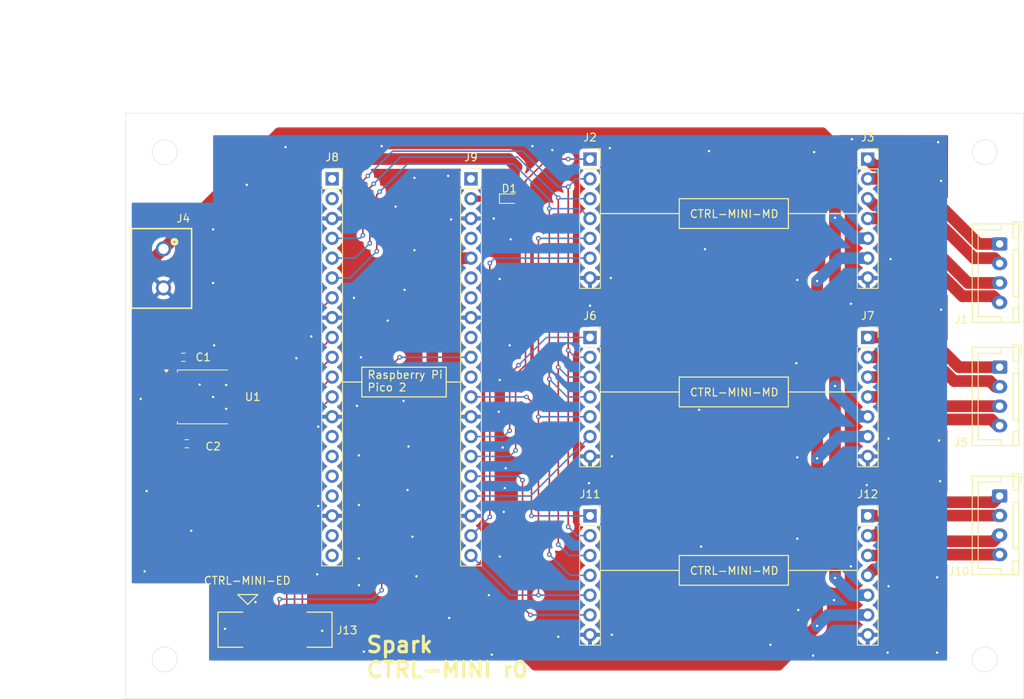
<source format=kicad_pcb>
(kicad_pcb (version 20240108) (generator "pcbnew") (generator_version "8.0")
  (layers (0 "F.Cu" signal) (31 "B.Cu" signal) (34 "B.Paste" user) (35 "F.Paste" user) (36 "B.SilkS" user "B.Silkscreen") (37 "F.SilkS" user "F.Silkscreen") (38 "B.Mask" user) (39 "F.Mask" user) (44 "Edge.Cuts" user))
  (net 0 "")
  (net 1 "GND")
  (net 2 "+12V")
  (net 3 "VSYS")
  (net 4 "Net-(D1-K)")
  (net 5 "Net-(J1-Pin_2)")
  (net 6 "Net-(J1-Pin_4)")
  (net 7 "Net-(J1-Pin_1)")
  (net 8 "Net-(J1-Pin_3)")
  (net 9 "SCK")
  (net 10 "SDI")
  (net 11 "DIR")
  (net 12 "SDO")
  (net 13 "CSN0")
  (net 14 "STEP0")
  (net 15 "VCC")
  (net 16 "Net-(J5-Pin_4)")
  (net 17 "Net-(J5-Pin_3)")
  (net 18 "Net-(J5-Pin_1)")
  (net 19 "Net-(J5-Pin_2)")
  (net 20 "STEP1")
  (net 21 "CSN1")
  (net 22 "ED{slash}DCHG_DETECT")
  (net 23 "ED{slash}DCHG_TARG_PWM")
  (net 24 "ED{slash}MODE")
  (net 25 "RSV{slash}MUI-TX")
  (net 26 "RSV{slash}MUI-RX")
  (net 29 "ED{slash}SENSE_CURR")
  (net 33 "ED{slash}DCHG_GATE")
  (net 38 "STEP2")
  (net 39 "CSN2")
  (net 43 "Net-(J10-Pin_4)")
  (net 44 "Net-(J10-Pin_1)")
  (net 45 "Net-(J10-Pin_2)")
  (net 46 "Net-(J10-Pin_3)")
  (net 47 "ED{slash}SENSE_GATE")
  (footprint "Diode_SMD:D_SOD-523" (layer "F.Cu") (at 114.1245 60.96)
    (property "Reference" "D1")
    (property "Value" "500mA")
  )
  (footprint "Resistor_SMD:R_0603_1608Metric" (layer "F.Cu") (at 72.39 81.28)
    (property "Reference" "C1")
    (property "Value" "0.33uF 24V")
  )
  (footprint "Connector_JST:JST_XH_B4B-XH-A_1x04_P2.50mm_Vertical" (layer "F.Cu") (at 176.911 82.55 -90)
    (property "Reference" "J5")
    (property "Value" "Conn_01x04_Pin")
  )
  (footprint "Connector_PinSocket_2.54mm:PinSocket_1x20_P2.54mm_Vertical" (layer "F.Cu") (at 109.22 58.42)
    (property "Reference" "J9")
    (property "Value" "RPP-R")
  )
  (footprint "Connector_PinSocket_2.54mm:PinSocket_1x07_P2.54mm_Vertical" (layer "F.Cu") (at 124.46 55.88)
    (property "Reference" "J2")
    (property "Value" "MD0-L")
  )
  (footprint "Connector_PinSocket_2.54mm:PinSocket_1x07_P2.54mm_Vertical" (layer "F.Cu") (at 160.02 78.74)
    (property "Reference" "J7")
    (property "Value" "MD1-R")
  )
  (footprint "SparkAll:CON_526100872_MOL" (layer "F.Cu") (at 84.129985 116.185)
    (property "Reference" "J13")
    (property "Value" "Conn_01x08_Pin")
  )
  (footprint "Connector_PinSocket_2.54mm:PinSocket_1x07_P2.54mm_Vertical" (layer "F.Cu") (at 160.02 101.6)
    (property "Reference" "J12")
    (property "Value" "MD2-R")
  )
  (footprint "Connector_JST:JST_XH_B4B-XH-A_1x04_P2.50mm_Vertical" (layer "F.Cu") (at 176.911 99.06 -90)
    (property "Reference" "J10")
    (property "Value" "Conn_01x04_Pin")
  )
  (footprint "Connector_PinSocket_2.54mm:PinSocket_1x07_P2.54mm_Vertical" (layer "F.Cu") (at 124.46 78.74)
    (property "Reference" "J6")
    (property "Value" "MD1-L")
  )
  (footprint "Resistor_SMD:R_0603_1608Metric" (layer "F.Cu") (at 72.835 92.36)
    (property "Reference" "C2")
    (property "Value" "0.1uF 12V")
  )
  (footprint "SparkAll:691137710002" (layer "F.Cu") (at 69.85 69.89 -90)
    (property "Reference" "J4")
    (property "Value" "Screw_Terminal_01x02")
  )
  (footprint "Package_TO_SOT_SMD:TO-252-2" (layer "F.Cu") (at 74.94 86.36)
    (property "Reference" "U1")
    (property "Value" "BD50FC0FP")
  )
  (footprint "Connector_PinSocket_2.54mm:PinSocket_1x07_P2.54mm_Vertical" (layer "F.Cu") (at 160.02 55.88)
    (property "Reference" "J3")
    (property "Value" "MD0-R")
  )
  (footprint "Connector_PinSocket_2.54mm:PinSocket_1x07_P2.54mm_Vertical" (layer "F.Cu") (at 124.46 101.6)
    (property "Reference" "J11")
    (property "Value" "MD2-L")
  )
  (footprint "Connector_PinSocket_2.54mm:PinSocket_1x20_P2.54mm_Vertical" (layer "F.Cu") (at 91.44 58.42)
    (property "Reference" "J8")
    (property "Value" "RPP-L")
  )
  (footprint "Connector_JST:JST_XH_B4B-XH-A_1x04_P2.50mm_Vertical" (layer "F.Cu") (at 176.911 66.755 -90)
    (property "Reference" "J1")
    (property "Value" "Conn_01x04_Pin")
  )
  (gr_line (start 106.045 84.455) (end 107.823 84.455) (stroke (width 0.15)) (layer "F.SilkS"))
  (gr_line (start 149.86 108.585) (end 158.623 108.585) (stroke (width 0.15)) (layer "F.SilkS"))
  (gr_line (start 149.86 110.49) (end 149.86 106.68) (stroke (width 0.15)) (layer "F.SilkS"))
  (gr_line (start 149.86 64.77) (end 149.86 60.96) (stroke (width 0.15)) (layer "F.SilkS"))
  (gr_line (start 135.89 106.68) (end 135.89 110.49) (stroke (width 0.15)) (layer "F.SilkS"))
  (gr_line (start 135.89 60.96) (end 135.89 64.77) (stroke (width 0.15)) (layer "F.SilkS"))
  (gr_line (start 135.89 85.725) (end 125.857 85.725) (stroke (width 0.15)) (layer "F.SilkS"))
  (gr_line (start 149.86 60.96) (end 135.89 60.96) (stroke (width 0.15)) (layer "F.SilkS"))
  (gr_line (start 95.25 84.455) (end 92.837 84.455) (stroke (width 0.15)) (layer "F.SilkS"))
  (gr_line (start 135.89 64.77) (end 149.86 64.77) (stroke (width 0.15)) (layer "F.SilkS"))
  (gr_line (start 135.89 62.865) (end 125.857 62.865) (stroke (width 0.15)) (layer "F.SilkS"))
  (gr_line (start 149.86 87.63) (end 149.86 83.82) (stroke (width 0.15)) (layer "F.SilkS"))
  (gr_line (start 106.045 82.55) (end 95.25 82.55) (stroke (width 0.15)) (layer "F.SilkS"))
  (gr_line (start 135.89 110.49) (end 149.86 110.49) (stroke (width 0.15)) (layer "F.SilkS"))
  (gr_line (start 95.25 86.36) (end 106.045 86.36) (stroke (width 0.15)) (layer "F.SilkS"))
  (gr_line (start 135.89 83.82) (end 135.89 87.63) (stroke (width 0.15)) (layer "F.SilkS"))
  (gr_line (start 95.25 82.55) (end 95.25 86.36) (stroke (width 0.15)) (layer "F.SilkS"))
  (gr_line (start 149.86 83.82) (end 135.89 83.82) (stroke (width 0.15)) (layer "F.SilkS"))
  (gr_line (start 149.86 106.68) (end 135.89 106.68) (stroke (width 0.15)) (layer "F.SilkS"))
  (gr_line (start 135.89 87.63) (end 149.86 87.63) (stroke (width 0.15)) (layer "F.SilkS"))
  (gr_line (start 149.86 62.865) (end 158.623 62.865) (stroke (width 0.15)) (layer "F.SilkS"))
  (gr_line (start 135.89 108.585) (end 125.857 108.585) (stroke (width 0.15)) (layer "F.SilkS"))
  (gr_line (start 106.045 86.36) (end 106.045 82.55) (stroke (width 0.15)) (layer "F.SilkS"))
  (gr_line (start 149.86 85.725) (end 158.623 85.725) (stroke (width 0.15)) (layer "F.SilkS"))
  (gr_circle (center 175 55) (end 176.6 55) (stroke (width 0.05)) (fill none) (layer "Edge.Cuts"))
  (gr_circle (center 70 120) (end 71.6 120) (stroke (width 0.05)) (fill none) (layer "Edge.Cuts"))
  (gr_line (start 65 50) (end 180 50) (stroke (width 0.05)) (layer "Edge.Cuts"))
  (gr_circle (center 70 55) (end 71.6 55) (stroke (width 0.05)) (fill none) (layer "Edge.Cuts"))
  (gr_line (start 65 125) (end 65 50) (stroke (width 0.05)) (layer "Edge.Cuts"))
  (gr_circle (center 175 120) (end 176.6 120) (stroke (width 0.05)) (fill none) (layer "Edge.Cuts"))
  (gr_line (start 180 50) (end 180 125) (stroke (width 0.05)) (layer "Edge.Cuts"))
  (gr_line (start 180 125) (end 65 125) (stroke (width 0.05)) (layer "Edge.Cuts"))
  (gr_text "CTRL-MINI-MD" (at 137.16 86.36 0) (layer "F.SilkS") (effects (font (size 1 1)) (justify left bottom)))
  (gr_text "Spark\nCTRL-MINI r0" (at 95.631 122.5 0) (layer "F.SilkS") (effects (font (size 2 2) (thickness 0.4) (bold yes)) (justify left bottom)))
  (gr_text "CTRL-MINI-ED" (at 74.93 110.49 0) (layer "F.SilkS") (effects (font (size 1 1)) (justify left bottom)))
  (gr_text "CTRL-MINI-MD" (at 137.16 63.5 0) (layer "F.SilkS") (effects (font (size 1 1)) (justify left bottom)))
  (gr_text "Raspberry Pi\nPico 2" (at 95.885 85.725 0) (layer "F.SilkS") (effects (font (size 1 1)) (justify left bottom)))
  (gr_text "CTRL-MINI-MD" (at 137.16 109.22 0) (layer "F.SilkS") (effects (font (size 1 1)) (justify left bottom)))
  (segment (start 74.474 84.784) (end 74.525 84.835) (width 0.2) (layer "F.Cu") (net 1))
  (segment (start 81.63 112.649) (end 81.63 114.36) (width 0.4) (layer "F.Cu") (net 1))
  (segment (start 73.66 92.36) (end 73.66 88.75) (width 0.6) (layer "F.Cu") (net 1))
  (segment (start 73.66 88.75) (end 74.525 87.885) (width 0.2) (layer "F.Cu") (net 1))
  (segment (start 81.63 114.36) (end 81.63 118.11) (width 0.4) (layer "F.Cu") (net 1))
  (segment (start 73.215 81.28) (end 73.215 83.525) (width 0.6) (layer "F.Cu") (net 1))
  (segment (start 73.215 83.525) (end 74.474 84.784) (width 0.2) (layer "F.Cu") (net 1))
  (via (at 100.584 86.868) (size 0.6) (drill 0.3) (layers "F.Cu" "B.Cu") (net 1))
  (via (at 97.79 54.229) (size 0.6) (drill 0.3) (layers "F.Cu" "B.Cu") (net 1))
  (via (at 76.2 64.897) (size 0.6) (drill 0.3) (layers "F.Cu" "B.Cu") (net 1))
  (via (at 86.868 81.407) (size 0.6) (drill 0.3) (layers "F.Cu" "B.Cu") (net 1))
  (via (at 89.662 90.17) (size 0.6) (drill 0.3) (layers "F.Cu" "B.Cu") (net 1))
  (via (at 162.941 68.707) (size 0.6) (drill 0.3) (layers "F.Cu" "B.Cu") (net 1))
  (via (at 113.665 95.504) (size 0.6) (drill 0.3) (layers "F.Cu" "B.Cu") (net 1))
  (via (at 157.988 53.34) (size 0.6) (drill 0.3) (layers "F.Cu" "B.Cu") (net 1))
  (via (at 169.037 53.721) (size 0.6) (drill 0.3) (layers "F.Cu" "B.Cu") (net 1))
  (via (at 94.869 93.853) (size 0.6) (drill 0.3) (layers "F.Cu" "B.Cu") (net 1))
  (via (at 120.396 117.094) (size 0.6) (drill 0.3) (layers "F.Cu" "B.Cu") (net 1))
  (via (at 73.406 103.505) (size 0.6) (drill 0.3) (layers "F.Cu" "B.Cu") (net 1))
  (via (at 77.875 87.885) (size 0.6) (drill 0.3) (layers "F.Cu" "B.Cu") (net 1))
  (via (at 162.687 91.694) (size 0.6) (drill 0.3) (layers "F.Cu" "B.Cu") (net 1))
  (via (at 98.552 76.581) (size 0.6) (drill 0.3) (layers "F.Cu" "B.Cu") (net 1))
  (via (at 101.981 58.293) (size 0.6) (drill 0.3) (layers "F.Cu" "B.Cu") (net 1))
  (via (at 106.426 114.681) (size 0.6) (drill 0.3) (layers "F.Cu" "B.Cu") (net 1))
  (via (at 169.418 58.674) (size 0.6) (drill 0.3) (layers "F.Cu" "B.Cu") (net 1))
  (via (at 95.504 118.999) (size 0.6) (drill 0.3) (layers "F.Cu" "B.Cu") (net 1))
  (via (at 89.662 100.33) (size 0.6) (drill 0.3) (layers "F.Cu" "B.Cu") (net 1))
  (via (at 94.615 87.503) (size 0.6) (drill 0.3) (layers "F.Cu" "B.Cu") (net 1))
  (via (at 90.17 116.332) (size 0.6) (drill 0.3) (layers "F.Cu" "B.Cu") (net 1))
  (via (at 112.776 88.265) (size 0.6) (drill 0.3) (layers "F.Cu" "B.Cu") (net 1))
  (via (at 100.711 72.644) (size 0.6) (drill 0.3) (layers "F.Cu" "B.Cu") (net 1))
  (via (at 113.538 98.044) (size 0.6) (drill 0.3) (layers "F.Cu" "B.Cu") (net 1))
  (via (at 95.123 81.28) (size 0.6) (drill 0.3) (layers "F.Cu" "B.Cu") (net 1))
  (via (at 169.291 97.155) (size 0.6) (drill 0.3) (layers "F.Cu" "B.Cu") (net 1))
  (via (at 139.192 67.437) (size 0.6) (drill 0.3) (layers "F.Cu" "B.Cu") (net 1))
  (via (at 153.035 119.507) (size 0.6) (drill 0.3) (layers "F.Cu" "B.Cu") (net 1))
  (via (at 67.437 108.712) (size 0.6) (drill 0.3) (layers "F.Cu" "B.Cu") (net 1))
  (via (at 127 54.483) (size 0.6) (drill 0.3) (layers "F.Cu" "B.Cu") (net 1))
  (via (at 151.003 104.521) (size 0.6) (drill 0.3) (layers "F.Cu" "B.Cu") (net 1))
  (via (at 94.234 73.66) (size 0.6) (drill 0.3) (layers "F.Cu" "B.Cu") (net 1))
  (via (at 127.254 116.84) (size 0.6) (drill 0.3) (layers "F.Cu" "B.Cu") (net 1))
  (via (at 113.411 101.092) (size 0.6) (drill 0.3) (layers "F.Cu" "B.Cu") (net 1))
  (via (at 162.56 119.126) (size 0.6) (drill 0.3) (layers "F.Cu" "B.Cu") (net 1))
  (via (at 76.327 79.756) (size 0.6) (drill 0.3) (layers "F.Cu" "B.Cu") (net 1))
  (via (at 111.887 119.38) (size 0.6) (drill 0.3) (layers "F.Cu" "B.Cu") (net 1))
  (via (at 157.861 74.422) (size 0.6) (drill 0.3) (layers "F.Cu" "B.Cu") (net 1))
  (via (at 169.164 91.948) (size 0.6) (drill 0.3) (layers "F.Cu" "B.Cu") (net 1))
  (via (at 101.727 104.267) (size 0.6) (drill 0.3) (layers "F.Cu" "B.Cu") (net 1))
  (via (at 114.3 66.167) (size 0.6) (drill 0.3) (layers "F.Cu" "B.Cu") (net 1))
  (via (at 124.333 97.409) (size 0.6) (drill 0.3) (layers "F.Cu" "B.Cu") (net 1))
  (via (at 112.903 106.807) (size 0.6) (drill 0.3) (layers "F.Cu" "B.Cu") (net 1))
  (via (at 150.876 82.042) (size 0.6) (drill 0.3) (layers "F.Cu" "B.Cu") (net 1))
  (via (at 67.691 98.425) (size 0.6) (drill 0.3) (layers "F.Cu" "B.Cu") (net 1))
  (via (at 94.869 107.061) (size 0.6) (drill 0.3) (layers "F.Cu" "B.Cu") (net 1))
  (via (at 147.574 118.11) (size 0.6) (drill 0.3) (layers "F.Cu" "B.Cu") (net 1))
  (via (at 124.46 74.676) (size 0.6) (drill 0.3) (layers "F.Cu" "B.Cu") (net 1))
  (via (at 138.43 88.011) (size 0.6) (drill 0.3) (layers "F.Cu" "B.Cu") (net 1))
  (via (at 112.141 63.5) (size 0.6) (drill 0.3) (layers "F.Cu" "B.Cu") (net 1))
  (via (at 88.773 78.613) (size 0.6) (drill 0.3) (layers "F.Cu" "B.Cu") (net 1))
  (via (at 151.003 94.107) (size 0.6) (drill 0.3) (layers "F.Cu" "B.Cu") (net 1))
  (via (at 112.903 71.247) (size 0.6) (drill 0.3) (layers "F.Cu" "B.Cu") (net 1))
  (via (at 159.893 97.663) (size 0.6) (drill 0.3) (layers "F.Cu" "B.Cu") (net 1))
  (via (at 74.474 84.784) (size 0.6) (drill 0.3) (layers "F.Cu" "B.Cu") (net 1))
  (via (at 168.91 119.126) (size 0.6) (drill 0.3) (layers "F.Cu" "B.Cu") (net 1))
  (via (at 101.092 98.298) (size 0.6) (drill 0.3) (layers "F.Cu" "B.Cu") (net 1))
  (via (at 76.2 71.755) (size 0.6) (drill 0.3) (layers "F.Cu" "B.Cu") (net 1))
  (via (at 85.471 54.356) (size 0.6) (drill 0.3) (layers "F.Cu" "B.Cu") (net 1))
  (via (at 77.724 116.078) (size 0.6) (drill 0.3) (layers "F.Cu" "B.Cu") (net 1))
  (via (at 151.13 113.665) (size 0.6) (drill 0.3) (layers "F.Cu" "B.Cu") (net 1))
  (via (at 127.127 71.12) (size 0.6) (drill 0.3) (layers "F.Cu" "B.Cu") (net 1))
  (via (at 94.869 100.203) (size 0.6) (drill 0.3) (layers "F.Cu" "B.Cu") (net 1))
  (via (at 153.162 54.991) (size 0.6) (drill 0.3) (layers "F.Cu" "B.Cu") (net 1))
  (via (at 102.235 109.347) (size 0.6) (drill 0.3) (layers "F.Cu" "B.Cu") (net 1))
  (via (at 106.299 58.039) (size 0.6) (drill 0.3) (layers "F.Cu" "B.Cu") (net 1))
  (via (at 66.929 86.614) (size 0.6) (drill 0.3) (layers "F.Cu" "B.Cu") (net 1))
  (via (at 157.861 108.077) (size 0.6) (drill 0.3) (layers "F.Cu" "B.Cu") (net 1))
  (via (at 155.702 112.395) (size 0.6) (drill 0.3) (layers "F.Cu" "B.Cu") (net 1))
  (via (at 113.284 92.837) (size 0.6) (drill 0.3) (layers "F.Cu" "B.Cu") (net 1))
  (via (at 111.506 111.76) (size 0.6) (drill 0.3) (layers "F.Cu" "B.Cu") (net 1))
  (via (at 138.684 105.537) (size 0.6) (drill 0.3) (layers "F.Cu" "B.Cu") (net 1))
  (via (at 114.173 79.756) (size 0.6) (drill 0.3) (layers "F.Cu" "B.Cu") (net 1))
  (via (at 117.094 54.229) (size 0.6) (drill 0.3) (layers "F.Cu" "B.Cu") (net 1))
  (via (at 101.981 67.564) (size 0.6) (drill 0.3) (layers "F.Cu" "B.Cu") (net 1))
  (via (at 139.7 54.864) (size 0.6) (drill 0.3) (layers "F.Cu" "B.Cu") (net 1))
  (via (at 169.418 75.184) (size 0.6) (drill 0.3) (layers "F.Cu" "B.Cu") (net 1))
  (via (at 112.903 84.201) (size 0.6) (drill 0.3) (layers "F.Cu" "B.Cu") (net 1))
  (via (at 80.518 59.182) (size 0.6) (drill 0.3) (layers "F.Cu" "B.Cu") (net 1))
  (via (at 77.875 84.835) (size 0.6) (drill 0.3) (layers "F.Cu" "B.Cu") (net 1))
  (via (at 151.003 71.374) (size 0.6) (drill 0.3) (layers "F.Cu" "B.Cu") (net 1))
  (via (at 89.535 109.093) (size 0.6) (drill 0.3) (layers "F.Cu" "B.Cu") (net 1))
  (via (at 99.568 61.976) (size 0.6) (drill 0.3) (layers "F.Cu" "B.Cu") (net 1))
  (via (at 76.2 86.36) (size 0.6) (drill 0.3) (layers "F.Cu" "B.Cu") (net 1))
  (via (at 168.91 109.474) (size 0.6) (drill 0.3) (layers "F.Cu" "B.Cu") (net 1))
  (via (at 162.687 110.617) (size 0.6) (drill 0.3) (layers "F.Cu" "B.Cu") (net 1))
  (via (at 81.63 112.649) (size 0.6) (drill 0.3) (layers "F.Cu" "B.Cu") (net 1))
  (via (at 127.254 93.98) (size 0.6) (drill 0.3) (layers "F.Cu" "B.Cu") (net 1))
  (via (at 119.634 54.737) (size 0.6) (drill 0.3) (layers "F.Cu" "B.Cu") (net 1))
  (via (at 101.219 92.71) (size 0.6) (drill 0.3) (layers "F.Cu" "B.Cu") (net 1))
  (via (at 94.869 110.49) (size 0.6) (drill 0.3) (layers "F.Cu" "B.Cu") (net 1))
  (via (at 106.68 63.627) (size 0.6) (drill 0.3) (layers "F.Cu" "B.Cu") (net 1))
  (segment (start 67.056 77.724) (end 69.85 80.518) (width 1.5) (layer "F.Cu") (net 2))
  (segment (start 70.104 81.28) (end 69.9 81.076) (width 0.2) (layer "F.Cu") (net 2))
  (segment (start 155.829 54.229) (end 154.178 52.578) (width 1.5) (layer "F.Cu") (net 2))
  (segment (start 154.178 52.578) (end 84.662 52.578) (width 1.5) (layer "F.Cu") (net 2))
  (segment (start 69.85 81.026) (end 69.9 81.076) (width 0.2) (layer "F.Cu") (net 2))
  (segment (start 155.829 84.963) (end 155.829 63.406959) (width 1.5) (layer "F.Cu") (net 2))
  (segment (start 67.056 70.184) (end 67.056 77.724) (width 1.5) (layer "F.Cu") (net 2))
  (segment (start 69.85 80.518) (end 69.85 81.026) (width 1.5) (layer "F.Cu") (net 2))
  (segment (start 71.565 81.28) (end 70.104 81.28) (width 0.8) (layer "F.Cu") (net 2))
  (segment (start 155.829 109.56704) (end 155.829 84.963) (width 1.5) (layer "F.Cu") (net 2))
  (segment (start 69.9 81.076) (end 69.9 84.08) (width 1.5) (layer "F.Cu") (net 2))
  (segment (start 155.829 63.406959) (end 155.829 54.229) (width 1.5) (layer "F.Cu") (net 2))
  (segment (start 69.85 67.39) (end 67.056 70.184) (width 1.5) (layer "F.Cu") (net 2))
  (segment (start 84.662 52.578) (end 69.85 67.39) (width 1.5) (layer "F.Cu") (net 2))
  (via (at 155.829 109.56704) (size 0.6) (drill 0.3) (layers "F.Cu" "B.Cu") (net 2))
  (via (at 155.829 63.406959) (size 0.6) (drill 0.3) (layers "F.Cu" "B.Cu") (net 2))
  (via (at 155.829 84.963) (size 0.6) (drill 0.3) (layers "F.Cu" "B.Cu") (net 2))
  (segment (start 158.970041 88.9) (end 160.02 88.9) (width 1.5) (layer "B.Cu") (net 2))
  (segment (start 158.02196 111.76) (end 155.829 109.56704) (width 1.5) (layer "B.Cu") (net 2))
  (segment (start 158.462041 66.04) (end 155.829 63.406959) (width 1.5) (layer "B.Cu") (net 2))
  (segment (start 155.829 84.963) (end 155.829 85.758959) (width 1.5) (layer "B.Cu") (net 2))
  (segment (start 155.829 85.758959) (end 158.970041 88.9) (width 1.5) (layer "B.Cu") (net 2))
  (segment (start 160.02 66.04) (end 158.462041 66.04) (width 1.5) (layer "B.Cu") (net 2))
  (segment (start 160.02 111.76) (end 158.02196 111.76) (width 1.5) (layer "B.Cu") (net 2))
  (segment (start 82.55 59.563) (end 82.55 93.472) (width 1.5) (layer "F.Cu") (net 3))
  (segment (start 72.01 94.362) (end 72.01 92.36) (width 0.8) (layer "F.Cu") (net 3))
  (segment (start 114.046 55.88) (end 86.233 55.88) (width 1.5) (layer "F.Cu") (net 3))
  (segment (start 80.63 96.154) (end 80.488 96.012) (width 0.4) (layer "F.Cu") (net 3))
  (segment (start 115.062 56.896) (end 115.062 60.96) (width 0.8) (layer "F.Cu") (net 3))
  (segment (start 70.516 92.36) (end 72.01 92.36) (width 0.8) (layer "F.Cu") (net 3))
  (segment (start 73.66 96.012) (end 72.01 94.362) (width 1.5) (layer "F.Cu") (net 3))
  (segment (start 80.63 114.36) (end 80.63 96.154) (width 0.5) (layer "F.Cu") (net 3))
  (segment (start 80.488 96.012) (end 79.756 96.012) (width 0.4) (layer "F.Cu") (net 3))
  (segment (start 80.01 96.012) (end 79.756 96.012) (width 1.5) (layer "F.Cu") (net 3))
  (segment (start 79.756 96.012) (end 73.66 96.012) (width 1.5) (layer "F.Cu") (net 3))
  (segment (start 69.9 91.744) (end 70.516 92.36) (width 0.8) (layer "F.Cu") (net 3))
  (segment (start 82.55 93.472) (end 80.01 96.012) (width 1.5) (layer "F.Cu") (net 3))
  (segment (start 80.63 114.36) (end 80.63 118.11) (width 0.4) (layer "F.Cu") (net 3))
  (segment (start 86.233 55.88) (end 82.55 59.563) (width 1.5) (layer "F.Cu") (net 3))
  (segment (start 69.9 88.64) (end 69.9 91.744) (width 0.8) (layer "F.Cu") (net 3))
  (segment (start 115.062 56.896) (end 114.046 55.88) (width 1.5) (layer "F.Cu") (net 3))
  (segment (start 109.22 60.96) (end 113.187 60.96) (width 0.8) (layer "F.Cu") (net 4))
  (segment (start 176.236 68.58) (end 176.911 69.255) (width 1.5) (layer "F.Cu") (net 5))
  (segment (start 160.02 58.42) (end 163.457836 58.42) (width 1.5) (layer "F.Cu") (net 5))
  (segment (start 173.617836 68.58) (end 176.236 68.58) (width 1.5) (layer "F.Cu") (net 5))
  (segment (start 163.457836 58.42) (end 173.617836 68.58) (width 1.5) (layer "F.Cu") (net 5))
  (segment (start 160.02 63.5) (end 162.187836 63.5) (width 1.5) (layer "F.Cu") (net 6))
  (segment (start 162.187836 63.5) (end 172.142836 73.455) (width 1.5) (layer "F.Cu") (net 6))
  (segment (start 176.111 73.455) (end 176.911 74.255) (width 1.5) (layer "F.Cu") (net 6))
  (segment (start 172.142836 73.455) (end 176.111 73.455) (width 1.5) (layer "F.Cu") (net 6))
  (segment (start 174.197 66.755) (end 164.162 56.72) (width 1.5) (layer "F.Cu") (net 7))
  (segment (start 176.911 66.755) (end 174.197 66.755) (width 1.5) (layer "F.Cu") (net 7))
  (segment (start 164.162 56.72) (end 160.86 56.72) (width 1.5) (layer "F.Cu") (net 7))
  (segment (start 160.86 56.72) (end 160.02 55.88) (width 1.5) (layer "F.Cu") (net 7))
  (segment (start 172.847 71.755) (end 176.911 71.755) (width 1.5) (layer "F.Cu") (net 8))
  (segment (start 160.86 61.8) (end 162.892 61.8) (width 1.5) (layer "F.Cu") (net 8))
  (segment (start 162.892 61.8) (end 172.847 71.755) (width 1.5) (layer "F.Cu") (net 8))
  (segment (start 160.02 60.96) (end 160.86 61.8) (width 1.5) (layer "F.Cu") (net 8))
  (segment (start 95.377 58.674) (end 96.012 58.039) (width 0.2) (layer "F.Cu") (net 9))
  (segment (start 121.666 59.436) (end 121.666 102.997) (width 0.2) (layer "F.Cu") (net 9))
  (segment (start 95.377 65.659) (end 95.377 58.674) (width 0.2) (layer "F.Cu") (net 9))
  (via (at 121.666 59.436) (size 0.6) (drill 0.3) (layers "F.Cu" "B.Cu") (net 9))
  (via (at 121.666 80.391) (size 0.6) (drill 0.3) (layers "F.Cu" "B.Cu") (net 9))
  (via (at 96.012 58.039) (size 0.6) (drill 0.3) (layers "F.Cu" "B.Cu") (net 9))
  (via (at 95.377 65.659) (size 0.6) (drill 0.3) (layers "F.Cu" "B.Cu") (net 9))
  (via (at 121.666 102.997) (size 0.6) (drill 0.3) (layers "F.Cu" "B.Cu") (net 9))
  (segment (start 122.682 58.42) (end 121.666 59.436) (width 0.2) (layer "B.Cu") (net 9))
  (segment (start 122.555 81.28) (end 121.666 80.391) (width 0.2) (layer "B.Cu") (net 9))
  (segment (start 124.46 81.28) (end 122.555 81.28) (width 0.2) (layer "B.Cu") (net 9))
  (segment (start 124.46 58.42) (end 122.682 58.42) (width 0.2) (layer "B.Cu") (net 9))
  (segment (start 121.666 59.436) (end 120.396 59.436) (width 0.2) (layer "B.Cu") (net 9))
  (segment (start 91.44 66.04) (end 94.996 66.04) (width 0.2) (layer "B.Cu") (net 9))
  (segment (start 122.809 104.14) (end 121.666 102.997) (width 0.2) (layer "B.Cu") (net 9))
  (segment (start 124.46 104.14) (end 122.809 104.14) (width 0.2) (layer "B.Cu") (net 9))
  (segment (start 94.996 66.04) (end 95.377 65.659) (width 0.2) (layer "B.Cu") (net 9))
  (segment (start 120.396 59.436) (end 115.824 54.864) (width 0.2) (layer "B.Cu") (net 9))
  (segment (start 99.187 54.864) (end 96.012 58.039) (width 0.2) (layer "B.Cu") (net 9))
  (segment (start 115.824 54.864) (end 99.187 54.864) (width 0.2) (layer "B.Cu") (net 9))
  (segment (start 120.396 82.55) (end 120.396 105.283) (width 0.2) (layer "F.Cu") (net 10))
  (segment (start 96.266 59.563) (end 96.774 59.055) (width 0.2) (layer "F.Cu") (net 10))
  (segment (start 96.266 66.675) (end 96.266 59.563) (width 0.2) (layer "F.Cu") (net 10))
  (segment (start 120.396 60.833) (end 120.396 82.55) (width 0.2) (layer "F.Cu") (net 10))
  (via (at 96.266 66.675) (size 0.6) (drill 0.3) (layers "F.Cu" "B.Cu") (net 10))
  (via (at 120.396 82.55) (size 0.6) (drill 0.3) (layers "F.Cu" "B.Cu") (net 10))
  (via (at 96.774 59.055) (size 0.6) (drill 0.3) (layers "F.Cu" "B.Cu") (net 10))
  (via (at 120.396 60.833) (size 0.6) (drill 0.3) (layers "F.Cu" "B.Cu") (net 10))
  (via (at 120.396 105.283) (size 0.6) (drill 0.3) (layers "F.Cu" "B.Cu") (net 10))
  (segment (start 115.189 55.626) (end 100.203 55.626) (width 0.2) (layer "B.Cu") (net 10))
  (segment (start 120.523 60.96) (end 124.46 60.96) (width 0.2) (layer "B.Cu") (net 10))
  (segment (start 91.44 68.58) (end 94.361 68.58) (width 0.2) (layer "B.Cu") (net 10))
  (segment (start 120.396 60.833) (end 120.523 60.96) (width 0.2) (layer "B.Cu") (net 10))
  (segment (start 94.361 68.58) (end 96.266 66.675) (width 0.2) (layer "B.Cu") (net 10))
  (segment (start 120.396 82.55) (end 121.666 83.82) (width 0.2) (layer "B.Cu") (net 10))
  (segment (start 121.793 106.68) (end 120.396 105.283) (width 0.2) (layer "B.Cu") (net 10))
  (segment (start 121.666 83.82) (end 124.46 83.82) (width 0.2) (layer "B.Cu") (net 10))
  (segment (start 120.396 60.833) (end 115.189 55.626) (width 0.2) (layer "B.Cu") (net 10))
  (segment (start 124.46 106.68) (end 121.793 106.68) (width 0.2) (layer "B.Cu") (net 10))
  (segment (start 100.203 55.626) (end 96.774 59.055) (width 0.2) (layer "B.Cu") (net 10))
  (segment (start 117.856 66.04) (end 117.856 88.9) (width 0.2) (layer "F.Cu") (net 11))
  (segment (start 117.856 88.9) (end 117.856 111.76) (width 0.2) (layer "F.Cu") (net 11))
  (via (at 117.856 111.76) (size 0.6) (drill 0.3) (layers "F.Cu" "B.Cu") (net 11))
  (via (at 117.856 88.9) (size 0.6) (drill 0.3) (layers "F.Cu" "B.Cu") (net 11))
  (via (at 117.856 66.04) (size 0.6) (drill 0.3) (layers "F.Cu" "B.Cu") (net 11))
  (segment (start 124.46 66.04) (end 117.856 66.04) (width 0.2) (layer "B.Cu") (net 11))
  (segment (start 114.3 111.76) (end 117.856 111.76) (width 0.2) (layer "B.Cu") (net 11))
  (segment (start 124.46 88.9) (end 117.856 88.9) (width 0.2) (layer "B.Cu") (net 11))
  (segment (start 117.856 111.76) (end 124.46 111.76) (width 0.2) (layer "B.Cu") (net 11))
  (segment (start 109.22 106.68) (end 114.3 111.76) (width 0.2) (layer "B.Cu") (net 11))
  (segment (start 119.253 106.553) (end 119.253 84.074) (width 0.2) (layer "F.Cu") (net 12))
  (segment (start 97.155 60.452) (end 97.536 60.071) (width 0.2) (layer "F.Cu") (net 12))
  (segment (start 97.155 67.691) (end 97.155 60.452) (width 0.2) (layer "F.Cu") (net 12))
  (segment (start 119.253 84.074) (end 119.253 62.23) (width 0.2) (layer "F.Cu") (net 12))
  (via (at 119.253 106.553) (size 0.6) (drill 0.3) (layers "F.Cu" "B.Cu") (net 12))
  (via (at 97.155 67.691) (size 0.6) (drill 0.3) (layers "F.Cu" "B.Cu") (net 12))
  (via (at 97.536 60.071) (size 0.6) (drill 0.3) (layers "F.Cu" "B.Cu") (net 12))
  (via (at 119.253 84.074) (size 0.6) (drill 0.3) (layers "F.Cu" "B.Cu") (net 12))
  (via (at 119.253 62.23) (size 0.6) (drill 0.3) (layers "F.Cu" "B.Cu") (net 12))
  (segment (start 119.253 61.087) (end 119.253 62.23) (width 0.2) (layer "B.Cu") (net 12))
  (segment (start 97.536 60.071) (end 101.092 56.515) (width 0.2) (layer "B.Cu") (net 12))
  (segment (start 124.46 63.5) (end 123.19 62.23) (width 0.2) (layer "B.Cu") (net 12))
  (segment (start 121.539 86.36) (end 119.253 84.074) (width 0.2) (layer "B.Cu") (net 12))
  (segment (start 121.92 109.22) (end 119.253 106.553) (width 0.2) (layer "B.Cu") (net 12))
  (segment (start 114.681 56.515) (end 119.253 61.087) (width 0.2) (layer "B.Cu") (net 12))
  (segment (start 123.19 62.23) (end 119.253 62.23) (width 0.2) (layer "B.Cu") (net 12))
  (segment (start 124.46 86.36) (end 121.539 86.36) (width 0.2) (layer "B.Cu") (net 12))
  (segment (start 91.44 71.12) (end 93.726 71.12) (width 0.2) (layer "B.Cu") (net 12))
  (segment (start 101.092 56.515) (end 114.681 56.515) (width 0.2) (layer "B.Cu") (net 12))
  (segment (start 93.726 71.12) (end 97.155 67.691) (width 0.2) (layer "B.Cu") (net 12))
  (segment (start 124.46 109.22) (end 121.92 109.22) (width 0.2) (layer "B.Cu") (net 12))
  (segment (start 116.205 58.674) (end 116.205 82.255529) (width 0.2) (layer "F.Cu") (net 13))
  (segment (start 116.205 82.255529) (end 114.935 83.525529) (width 0.2) (layer "F.Cu") (net 13))
  (segment (start 114.935 83.525529) (end 114.935 93.218) (width 0.2) (layer "F.Cu") (net 13))
  (segment (start 121.666 55.88) (end 118.999 55.88) (width 0.2) (layer "F.Cu") (net 13))
  (segment (start 118.999 55.88) (end 116.205 58.674) (width 0.2) (layer "F.Cu") (net 13))
  (via (at 114.935 93.218) (size 0.6) (drill 0.3) (layers "F.Cu" "B.Cu") (net 13))
  (via (at 121.666 55.88) (size 0.6) (drill 0.3) (layers "F.Cu" "B.Cu") (net 13))
  (segment (start 109.22 93.98) (end 114.173 93.98) (width 0.2) (layer "B.Cu") (net 13))
  (segment (start 121.666 55.88) (end 124.46 55.88) (width 0.2) (layer "B.Cu") (net 13))
  (segment (start 114.173 93.98) (end 114.935 93.218) (width 0.2) (layer "B.Cu") (net 13))
  (segment (start 111.633 69.215) (end 111.633 101.727) (width 0.2) (layer "F.Cu") (net 14))
  (via (at 111.633 69.215) (size 0.6) (drill 0.3) (layers "F.Cu" "B.Cu") (net 14))
  (via (at 111.633 101.727) (size 0.6) (drill 0.3) (layers "F.Cu" "B.Cu") (net 14))
  (segment (start 111.633 101.727) (end 109.22 104.14) (width 0.2) (layer "B.Cu") (net 14))
  (segment (start 111.633 69.215) (end 112.268 68.58) (width 0.2) (layer "B.Cu") (net 14))
  (segment (start 112.268 68.58) (end 124.46 68.58) (width 0.2) (layer "B.Cu") (net 14))
  (segment (start 153.543 94.234) (end 153.543 115.697) (width 1.5) (layer "F.Cu") (net 15))
  (segment (start 104.267 72.330919) (end 104.267 107.462) (width 1.5) (layer "F.Cu") (net 15))
  (segment (start 104.267 107.462) (end 117.475 120.67) (width 1.5) (layer "F.Cu") (net 15))
  (segment (start 117.475 120.67) (end 148.57 120.67) (width 1.5) (layer "F.Cu") (net 15))
  (segment (start 109.22 68.58) (end 108.017919 68.58) (width 1.5) (layer "F.Cu") (net 15))
  (segment (start 153.543 71.501) (end 153.543 94.234) (width 1.5) (layer "F.Cu") (net 15))
  (segment (start 148.57 120.67) (end 153.543 115.697) (width 1.5) (layer "F.Cu") (net 15))
  (segment (start 108.017919 68.58) (end 104.267 72.330919) (width 1.5) (layer "F.Cu") (net 15))
  (via (at 153.543 94.234) (size 0.6) (drill 0.3) (layers "F.Cu" "B.Cu") (net 15))
  (via (at 153.543 71.501) (size 0.6) (drill 0.3) (layers "F.Cu" "B.Cu") (net 15))
  (via (at 153.543 115.697) (size 0.6) (drill 0.3) (layers "F.Cu" "B.Cu") (net 15))
  (segment (start 160.02 114.3) (end 154.94 114.3) (width 1.5) (layer "B.Cu") (net 15))
  (segment (start 154.94 114.3) (end 153.543 115.697) (width 1.5) (layer "B.Cu") (net 15))
  (segment (start 156.464 68.58) (end 153.543 71.501) (width 1.5) (layer "B.Cu") (net 15))
  (segment (start 156.337 91.44) (end 153.543 94.234) (width 1.5) (layer "B.Cu") (net 15))
  (segment (start 160.02 68.58) (end 156.464 68.58) (width 1.5) (layer "B.Cu") (net 15))
  (segment (start 160.02 91.44) (end 156.337 91.44) (width 1.5) (layer "B.Cu") (net 15))
  (segment (start 166.855836 89.25) (end 163.965836 86.36) (width 1.5) (layer "F.Cu") (net 16))
  (segment (start 176.664 90.05) (end 175.864 89.25) (width 1.5) (layer "F.Cu") (net 16))
  (segment (start 175.864 89.25) (end 166.855836 89.25) (width 1.5) (layer "F.Cu") (net 16))
  (segment (start 163.965836 86.36) (end 160.02 86.36) (width 1.5) (layer "F.Cu") (net 16))
  (segment (start 160.02 83.82) (end 163.83 83.82) (width 1.5) (layer "F.Cu") (net 17))
  (segment (start 163.83 83.82) (end 167.56 87.55) (width 1.5) (layer "F.Cu") (net 17))
  (segment (start 167.56 87.55) (end 176.911 87.55) (width 1.5) (layer "F.Cu") (net 17))
  (segment (start 167.894 78.74) (end 171.704 82.55) (width 1.5) (layer "F.Cu") (net 18))
  (segment (start 160.02 78.74) (end 167.894 78.74) (width 1.5) (layer "F.Cu") (net 18))
  (segment (start 171.704 82.55) (end 176.911 82.55) (width 1.5) (layer "F.Cu") (net 18))
  (segment (start 161.82 80.44) (end 167.189836 80.44) (width 1.5) (layer "F.Cu") (net 19))
  (segment (start 167.189836 80.44) (end 171.077836 84.328) (width 1.5) (layer "F.Cu") (net 19))
  (segment (start 176.382016 85.05) (end 176.911 85.05) (width 1.5) (layer "F.Cu") (net 19))
  (segment (start 160.98 81.28) (end 161.82 80.44) (width 1.5) (layer "F.Cu") (net 19))
  (segment (start 175.660016 84.328) (end 176.382016 85.05) (width 1.5) (layer "F.Cu") (net 19))
  (segment (start 160.02 81.28) (end 160.98 81.28) (width 1.5) (layer "F.Cu") (net 19))
  (segment (start 171.077836 84.328) (end 175.660016 84.328) (width 1.5) (layer "F.Cu") (net 19))
  (segment (start 109.22 99.06) (end 116.84 99.06) (width 0.2) (layer "B.Cu") (net 20))
  (segment (start 124.46 91.44) (end 116.9035 98.9965) (width 0.2) (layer "B.Cu") (net 20))
  (segment (start 116.84 99.06) (end 116.9035 98.9965) (width 0.2) (layer "B.Cu") (net 20))
  (segment (start 114.173 83.439) (end 115.316 82.296) (width 0.2) (layer "F.Cu") (net 21))
  (segment (start 114.173 90.678) (end 114.173 83.439) (width 0.2) (layer "F.Cu") (net 21))
  (via (at 115.316 82.296) (size 0.6) (drill 0.3) (layers "F.Cu" "B.Cu") (net 21))
  (via (at 114.173 90.678) (size 0.6) (drill 0.3) (layers "F.Cu" "B.Cu") (net 21))
  (segment (start 118.872 78.74) (end 115.316 82.296) (width 0.2) (layer "B.Cu") (net 21))
  (segment (start 109.22 91.44) (end 113.411 91.44) (width 0.2) (layer "B.Cu") (net 21))
  (segment (start 124.46 78.74) (end 118.872 78.74) (width 0.2) (layer "B.Cu") (net 21))
  (segment (start 113.411 91.44) (end 114.173 90.678) (width 0.2) (layer "B.Cu") (net 21))
  (segment (start 87.63 114.36) (end 87.63 108.585) (width 0.2) (layer "F.Cu") (net 22))
  (segment (start 88.646 89.154) (end 91.44 86.36) (width 0.2) (layer "F.Cu") (net 22))
  (segment (start 88.646 107.569) (end 88.646 89.154) (width 0.2) (layer "F.Cu") (net 22))
  (segment (start 87.63 108.585) (end 88.646 107.569) (width 0.2) (layer "F.Cu") (net 22))
  (segment (start 87.63 114.36) (end 87.63 118.11) (width 0.2) (layer "F.Cu") (net 22))
  (segment (start 87.122 107.3785) (end 85.63 108.8705) (width 0.2) (layer "F.Cu") (net 23))
  (segment (start 91.44 81.28) (end 87.122 85.598) (width 0.2) (layer "F.Cu") (net 23))
  (segment (start 87.122 85.598) (end 87.122 107.3785) (width 0.2) (layer "F.Cu") (net 23))
  (segment (start 85.63 114.36) (end 85.63 118.11) (width 0.2) (layer "F.Cu") (net 23))
  (segment (start 85.63 108.8705) (end 85.63 114.36) (width 0.2) (layer "F.Cu") (net 23))
  (segment (start 85.598 79.502) (end 85.598 106.9975) (width 0.2) (layer "F.Cu") (net 24))
  (segment (start 91.44 73.66) (end 85.598 79.502) (width 0.2) (layer "F.Cu") (net 24))
  (segment (start 85.598 106.9975) (end 82.63 109.9655) (width 0.2) (layer "F.Cu") (net 24))
  (segment (start 82.63 114.36) (end 82.63 118.11) (width 0.2) (layer "F.Cu") (net 24))
  (segment (start 82.63 109.9655) (end 82.63 114.36) (width 0.2) (layer "F.Cu") (net 24))
  (segment (start 84.63 114.36) (end 84.63 112.347) (width 0.2) (layer "F.Cu") (net 29))
  (segment (start 97.79 83.566) (end 97.79 111.125) (width 0.2) (layer "F.Cu") (net 29))
  (segment (start 84.63 112.347) (end 84.709 112.268) (width 0.2) (layer "F.Cu") (net 29))
  (segment (start 100.076 81.28) (end 97.79 83.566) (width 0.2) (layer "F.Cu") (net 29))
  (segment (start 84.63 114.36) (end 84.63 118.11) (width 0.2) (layer "F.Cu") (net 29))
  (via (at 100.076 81.28) (size 0.6) (drill 0.3) (layers "F.Cu" "B.Cu") (net 29))
  (via (at 97.79 111.125) (size 0.6) (drill 0.3) (layers "F.Cu" "B.Cu") (net 29))
  (via (at 84.709 112.268) (size 0.6) (drill 0.3) (layers "F.Cu" "B.Cu") (net 29))
  (segment (start 109.22 81.28) (end 100.076 81.28) (width 0.2) (layer "B.Cu") (net 29))
  (segment (start 84.709 112.268) (end 96.647 112.268) (width 0.2) (layer "B.Cu") (net 29))
  (segment (start 96.647 112.268) (end 97.79 111.125) (width 0.2) (layer "B.Cu") (net 29))
  (segment (start 87.884 87.376) (end 91.44 83.82) (width 0.2) (layer "F.Cu") (net 33))
  (segment (start 86.63 114.36) (end 86.63 118.11) (width 0.2) (layer "F.Cu") (net 33))
  (segment (start 86.63 108.620872) (end 87.884 107.366872) (width 0.2) (layer "F.Cu") (net 33))
  (segment (start 86.63 114.36) (end 86.63 108.620872) (width 0.2) (layer "F.Cu") (net 33))
  (segment (start 87.884 107.366872) (end 87.884 87.376) (width 0.2) (layer "F.Cu") (net 33))
  (segment (start 115.824 97.028) (end 115.824 113.284) (width 0.2) (layer "F.Cu") (net 38))
  (segment (start 115.824 113.284) (end 116.84 114.3) (width 0.2) (layer "F.Cu") (net 38))
  (via (at 116.84 114.3) (size 0.6) (drill 0.3) (layers "F.Cu" "B.Cu") (net 38))
  (via (at 115.824 97.028) (size 0.6) (drill 0.3) (layers "F.Cu" "B.Cu") (net 38))
  (segment (start 124.46 114.3) (end 116.84 114.3) (width 0.2) (layer "B.Cu") (net 38))
  (segment (start 109.22 96.52) (end 115.316 96.52) (width 0.2) (layer "B.Cu") (net 38))
  (segment (start 115.316 96.52) (end 115.824 97.028) (width 0.2) (layer "B.Cu") (net 38))
  (segment (start 116.332 86.36) (end 116.967 86.995) (width 0.2) (layer "F.Cu") (net 39))
  (segment (start 116.967 86.995) (end 116.967 101.6) (width 0.2) (layer "F.Cu") (net 39))
  (via (at 116.332 86.36) (size 0.6) (drill 0.3) (layers "F.Cu" "B.Cu") (net 39))
  (via (at 116.967 101.6) (size 0.6) (drill 0.3) (layers "F.Cu" "B.Cu") (net 39))
  (segment (start 124.46 101.6) (end 116.967 101.6) (width 0.2) (layer "B.Cu") (net 39))
  (segment (start 116.332 86.36) (end 109.22 86.36) (width 0.2) (layer "B.Cu") (net 39))
  (segment (start 160.02 109.22) (end 160.782 108.458) (width 1.5) (layer "F.Cu") (net 43))
  (segment (start 168.640164 106.56) (end 176.911 106.56) (width 1.5) (layer "F.Cu") (net 43))
  (segment (start 160.782 108.458) (end 166.742164 108.458) (width 1.5) (layer "F.Cu") (net 43))
  (segment (start 166.742164 108.458) (end 168.640164 106.56) (width 1.5) (layer "F.Cu") (net 43))
  (segment (start 165.316 99.86) (end 176.111 99.86) (width 1.5) (layer "F.Cu") (net 44))
  (segment (start 176.111 99.86) (end 176.911 99.06) (width 1.5) (layer "F.Cu") (net 44))
  (segment (start 163.576 101.6) (end 165.316 99.86) (width 1.5) (layer "F.Cu") (net 44))
  (segment (start 160.02 101.6) (end 163.576 101.6) (width 1.5) (layer "F.Cu") (net 44))
  (segment (start 166.156 101.56) (end 176.911 101.56) (width 1.5) (layer "F.Cu") (net 45))
  (segment (start 161.82 103.378) (end 164.338 103.378) (width 1.5) (layer "F.Cu") (net 45))
  (segment (start 160.02 104.14) (end 161.058 104.14) (width 1.5) (layer "F.Cu") (net 45))
  (segment (start 164.338 103.378) (end 166.156 101.56) (width 1.5) (layer "F.Cu") (net 45))
  (segment (start 161.058 104.14) (end 161.82 103.378) (width 1.5) (layer "F.Cu") (net 45))
  (segment (start 176.111 104.86) (end 176.911 104.06) (width 1.5) (layer "F.Cu") (net 46))
  (segment (start 166.116 106.68) (end 167.936 104.86) (width 1.5) (layer "F.Cu") (net 46))
  (segment (start 167.936 104.86) (end 176.111 104.86) (width 1.5) (layer "F.Cu") (net 46))
  (segment (start 160.02 106.68) (end 166.116 106.68) (width 1.5) (layer "F.Cu") (net 46))
  (segment (start 91.44 78.74) (end 86.36 83.82) (width 0.2) (layer "F.Cu") (net 47))
  (segment (start 83.63 114.36) (end 83.63 118.11) (width 0.2) (layer "F.Cu") (net 47))
  (segment (start 83.63 110.172) (end 83.63 114.36) (width 0.2) (layer "F.Cu") (net 47))
  (segment (start 86.36 107.442) (end 83.63 110.172) (width 0.2) (layer "F.Cu") (net 47))
  (segment (start 91.44 78.74) (end 91.44 78.867) (width 0.2) (layer "F.Cu") (net 47))
  (segment (start 86.36 83.82) (end 86.36 107.442) (width 0.2) (layer "F.Cu") (net 47))
  (zone (net 1) (net_name "GND") (layer "F.Cu") (priority 1) (connect_pads (clearance 0.5)) (min_thickness 0.25) (fill yes (thermal_gap 0.5) (thermal_bridge_width 0.5))
    (polygon (pts (xy 65.786 61.468) (xy 65.913 110.236) (xy 75.692 110.236) (xy 75.692 120.142) (xy 170.18 120.142) (xy 170.307 52.832) (xy 76.2 52.705) (xy 76.2 61.468)))
  )
  (zone (net 1) (net_name "GND") (layer "B.Cu") (connect_pads (clearance 0.5)) (min_thickness 0.25) (fill yes (thermal_gap 0.5) (thermal_bridge_width 0.5))
    (polygon (pts (xy 65.786 61.468) (xy 65.786 110.236) (xy 75.692 110.236) (xy 75.692 120.142) (xy 170.18 120.142) (xy 170.18 52.832) (xy 76.2 52.832) (xy 76.2 61.468)))
  )
)
</source>
